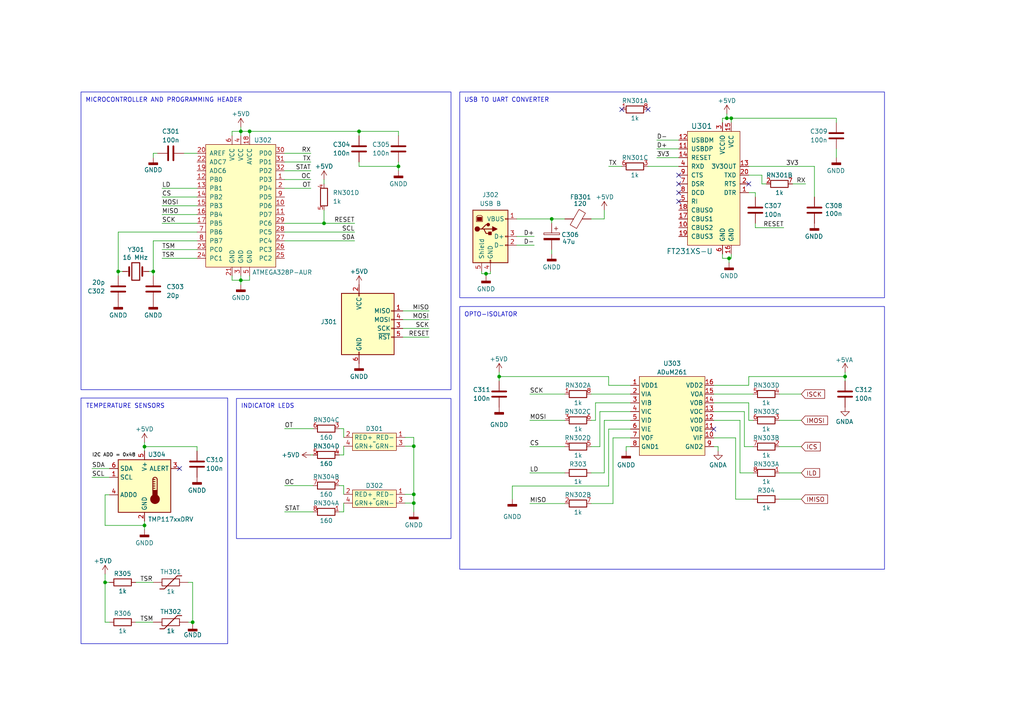
<source format=kicad_sch>
(kicad_sch (version 20250114) (generator "eeschema") (generator_version "9.0")
  (paper "A4")
  (title_block (title "Precision Curernt Source Digital") (date "2025-04-28") (rev "2.0") (company "M Morano"))
  (lib_symbols
    (symbol "Components:ADuM261"
      (property "Reference" "U" (at 0 15.24 0))
      (property "Value" "ADuM261" (at 1.27 12.7 0))
      (symbol "ADuM261_1_1"
        (rectangle (start -8.89 11.43) (end 10.16 -11.43) (fill (type background)))
        (pin power_in line (at -11.43 8.89 0) (length 2.54) (name "VDD1") (number "1"))
        (pin input line (at -11.43 6.35 0) (length 2.54) (name "VIA") (number "2"))
        (pin input line (at -11.43 3.81 0) (length 2.54) (name "VIB") (number "3"))
        (pin input line (at -11.43 1.27 0) (length 2.54) (name "VIC") (number "4"))
        (pin input line (at -11.43 -1.27 0) (length 2.54) (name "VID") (number "5"))
        (pin input line (at -11.43 -3.81 0) (length 2.54) (name "VIE") (number "6"))
        (pin output line (at -11.43 -6.35 0) (length 2.54) (name "VOF") (number "7"))
        (pin power_in line (at -11.43 -8.89 0) (length 2.54) (name "GND1") (number "8"))
        (pin power_in line (at 12.7 8.89 180) (length 2.54) (name "VDD2") (number "16"))
        (pin output line (at 12.7 6.35 180) (length 2.54) (name "VOA") (number "15"))
        (pin output line (at 12.7 3.81 180) (length 2.54) (name "VOB") (number "14"))
        (pin output line (at 12.7 1.27 180) (length 2.54) (name "VOC") (number "13"))
        (pin output line (at 12.7 -1.27 180) (length 2.54) (name "VOD") (number "12"))
        (pin output line (at 12.7 -3.81 180) (length 2.54) (name "VOE") (number "11"))
        (pin input line (at 12.7 -6.35 180) (length 2.54) (name "VIF") (number "10"))
        (pin power_in line (at 12.7 -8.89 180) (length 2.54) (name "GND2") (number "9"))
      )
    )
    (symbol "Components:WP934MD/LILGD"
      (property "Reference" "D" (at 0 3.81 0))
      (symbol "WP934MD/LILGD_1_1"
        (rectangle (start -6.35 2.54) (end 6.35 -2.54) (fill (type background)))
        (pin input line (at -8.89 1.27 0) (length 2.54) (name "RED-") (number "1"))
        (pin input line (at -8.89 -1.27 0) (length 2.54) (name "GRN-") (number "3"))
        (pin output line (at 8.89 1.27 180) (length 2.54) (name "RED+") (number "2"))
        (pin output line (at 8.89 -1.27 180) (length 2.54) (name "GRN+") (number "4"))
      )
    )
    (symbol "Connector:AVR-ISP-6" (pin_names (offset 1.016))
      (property "Reference" "J" (at -6.35 11.43 0))
      (property "Value" "AVR-ISP-6" (at 0 11.43 0))
      (symbol "AVR-ISP-6_0_1"
        (rectangle (start -2.667 10.16) (end -2.413 9.398))
        (rectangle (start -2.667 -6.858) (end -2.413 -7.62))
        (rectangle (start 7.62 10.16) (end -7.62 -7.62) (stroke (width 0.254)) (fill (type background)))
        (rectangle (start 7.62 5.207) (end 6.858 4.953))
        (rectangle (start 7.62 2.667) (end 6.858 2.413))
        (rectangle (start 7.62 0.127) (end 6.858 -0.127))
        (rectangle (start 7.62 -2.413) (end 6.858 -2.667))
      )
      (symbol "AVR-ISP-6_1_1"
        (pin passive line (at -2.54 12.7 270) (length 2.54) (name "VCC") (number "2"))
        (pin passive line (at -2.54 -10.16 90) (length 2.54) (name "GND") (number "6"))
        (pin passive line (at 10.16 5.08 180) (length 2.54) (name "MISO") (number "1"))
        (pin passive line (at 10.16 2.54 180) (length 2.54) (name "MOSI") (number "4"))
        (pin passive line (at 10.16 0 180) (length 2.54) (name "SCK") (number "3"))
        (pin passive line (at 10.16 -2.54 180) (length 2.54) (name "~{RST}") (number "5"))
      )
    )
    (symbol "Connector:USB_B" (pin_names (offset 1.016))
      (property "Reference" "J" (at -5.08 11.43 0))
      (property "Value" "USB_B" (at -5.08 8.89 0))
      (symbol "USB_B_0_1"
        (rectangle (start -5.08 -7.62) (end 5.08 7.62) (stroke (width 0.254)) (fill (type background)))
        (polyline (pts (xy -4.064 4.318) (xy -2.286 4.318) (xy -2.286 5.715) (xy -2.667 6.096) (xy -3.683 6.096) (xy -4.064 5.715) (xy -4.064 4.318)))
        (rectangle (start -3.81 5.588) (end -2.54 4.572) (fill (type outline)))
        (circle (center -3.81 2.159) (radius 0.635) (stroke (width 0.254)) (fill (type outline)))
        (polyline (pts (xy -3.175 2.159) (xy -2.54 2.159) (xy -1.27 3.429) (xy -0.635 3.429)) (stroke (width 0.254)))
        (polyline (pts (xy -2.54 2.159) (xy -1.905 2.159) (xy -1.27 0.889) (xy 0 0.889)) (stroke (width 0.254)))
        (polyline (pts (xy -1.905 2.159) (xy 0.635 2.159)) (stroke (width 0.254)))
        (circle (center -0.635 3.429) (radius 0.381) (stroke (width 0.254)) (fill (type outline)))
        (rectangle (start -0.127 -7.62) (end 0.127 -6.858))
        (rectangle (start 0.254 1.27) (end -0.508 0.508) (stroke (width 0.254)) (fill (type outline)))
        (polyline (pts (xy 0.635 2.794) (xy 0.635 1.524) (xy 1.905 2.159) (xy 0.635 2.794)) (stroke (width 0.254)) (fill (type outline)))
        (rectangle (start 5.08 4.953) (end 4.318 5.207))
        (rectangle (start 5.08 -0.127) (end 4.318 0.127))
        (rectangle (start 5.08 -2.667) (end 4.318 -2.413))
      )
      (symbol "USB_B_1_1"
        (pin passive line (at -2.54 -10.16 90) (length 2.54) (name "Shield") (number "5"))
        (pin power_out line (at 0 -10.16 90) (length 2.54) (name "GND") (number "4"))
        (pin power_out line (at 7.62 5.08 180) (length 2.54) (name "VBUS") (number "1"))
        (pin bidirectional line (at 7.62 0 180) (length 2.54) (name "D+") (number "3"))
        (pin bidirectional line (at 7.62 -2.54 180) (length 2.54) (name "D-") (number "2"))
      )
    )
    (symbol "Device:C" (pin_numbers (hide yes)) (pin_names (offset 0.254))
      (property "Reference" "C" (at 0.635 2.54 0))
      (property "Value" "C" (at 0.635 -2.54 0))
      (symbol "C_0_1"
        (polyline (pts (xy -2.032 0.762) (xy 2.032 0.762)) (stroke (width 0.508)))
        (polyline (pts (xy -2.032 -0.762) (xy 2.032 -0.762)) (stroke (width 0.508)))
      )
      (symbol "C_1_1"
        (pin passive line (at 0 3.81 270) (length 2.794) (name "~") (number "1"))
        (pin passive line (at 0 -3.81 90) (length 2.794) (name "~") (number "2"))
      )
    )
    (symbol "Device:C_Polarized" (pin_numbers (hide yes)) (pin_names (offset 0.254))
      (property "Reference" "C" (at 0.635 2.54 0))
      (property "Value" "C_Polarized" (at 0.635 -2.54 0))
      (symbol "C_Polarized_0_1"
        (rectangle (start -2.286 0.508) (end 2.286 1.016))
        (polyline (pts (xy -1.778 2.286) (xy -0.762 2.286)))
        (polyline (pts (xy -1.27 2.794) (xy -1.27 1.778)))
        (rectangle (start 2.286 -0.508) (end -2.286 -1.016) (fill (type outline)))
      )
      (symbol "C_Polarized_1_1"
        (pin passive line (at 0 3.81 270) (length 2.794) (name "~") (number "1"))
        (pin passive line (at 0 -3.81 90) (length 2.794) (name "~") (number "2"))
      )
    )
    (symbol "Device:Crystal" (pin_numbers (hide yes)) (pin_names (offset 1.016) (hide yes))
      (property "Reference" "Y" (at 0 3.81 0))
      (property "Value" "Crystal" (at 0 -3.81 0))
      (symbol "Crystal_0_1"
        (polyline (pts (xy -2.54 0) (xy -1.905 0)))
        (polyline (pts (xy -1.905 -1.27) (xy -1.905 1.27)) (stroke (width 0.508)))
        (rectangle (start -1.143 2.54) (end 1.143 -2.54) (stroke (width 0.3048)))
        (polyline (pts (xy 1.905 -1.27) (xy 1.905 1.27)) (stroke (width 0.508)))
        (polyline (pts (xy 2.54 0) (xy 1.905 0)))
      )
      (symbol "Crystal_1_1"
        (pin passive line (at -3.81 0 0) (length 1.27) (name "1") (number "1"))
        (pin passive line (at 3.81 0 180) (length 1.27) (name "2") (number "2"))
      )
    )
    (symbol "Device:FerriteBead" (pin_numbers (hide yes)) (pin_names (offset 0))
      (property "Reference" "FB" (at -3.81 0.635 90))
      (property "Value" "FerriteBead" (at 3.81 0 90))
      (symbol "FerriteBead_0_1"
        (polyline (pts (xy -2.7686 0.4064) (xy -1.7018 2.2606) (xy 2.7686 -0.3048) (xy 1.6764 -2.159) (xy -2.7686 0.4064)))
        (polyline (pts (xy 0 1.27) (xy 0 1.2954)))
        (polyline (pts (xy 0 -1.27) (xy 0 -1.2192)))
      )
      (symbol "FerriteBead_1_1"
        (pin passive line (at 0 3.81 270) (length 2.54) (name "~") (number "1"))
        (pin passive line (at 0 -3.81 90) (length 2.54) (name "~") (number "2"))
      )
    )
    (symbol "Device:R" (pin_numbers (hide yes)) (pin_names (offset 0))
      (property "Reference" "R" (at 2.032 0 90))
      (property "Value" "R" (at 0 0 90))
      (symbol "R_0_1"
        (rectangle (start -1.016 -2.54) (end 1.016 2.54) (stroke (width 0.254)))
      )
      (symbol "R_1_1"
        (pin passive line (at 0 3.81 270) (length 1.27) (name "~") (number "1"))
        (pin passive line (at 0 -3.81 90) (length 1.27) (name "~") (number "2"))
      )
    )
    (symbol "Device:R_Pack04_Split" (pin_names (offset 0) (hide yes))
      (property "Reference" "RN" (at 2.032 0 90))
      (property "Value" "R_Pack04_Split" (at 0 0 90))
      (symbol "R_Pack04_Split_0_1"
        (rectangle (start 1.016 2.54) (end -1.016 -2.54) (stroke (width 0.254)))
      )
      (symbol "R_Pack04_Split_1_1"
        (pin passive line (at 0 3.81 270) (length 1.27) (name "R1.2") (number "8"))
        (pin passive line (at 0 -3.81 90) (length 1.27) (name "R1.1") (number "1"))
      )
      (symbol "R_Pack04_Split_2_1"
        (pin passive line (at 0 3.81 270) (length 1.27) (name "R2.2") (number "7"))
        (pin passive line (at 0 -3.81 90) (length 1.27) (name "R2.1") (number "2"))
      )
      (symbol "R_Pack04_Split_3_1"
        (pin passive line (at 0 3.81 270) (length 1.27) (name "R3.2") (number "6"))
        (pin passive line (at 0 -3.81 90) (length 1.27) (name "R3.1") (number "3"))
      )
      (symbol "R_Pack04_Split_4_1"
        (pin passive line (at 0 3.81 270) (length 1.27) (name "R4.2") (number "5"))
        (pin passive line (at 0 -3.81 90) (length 1.27) (name "R4.1") (number "4"))
      )
    )
    (symbol "Device:Thermistor" (pin_numbers (hide yes)) (pin_names (offset 0))
      (property "Reference" "TH" (at 2.54 1.27 90))
      (property "Value" "Thermistor" (at -2.54 0 90))
      (symbol "Thermistor_0_1"
        (polyline (pts (xy -1.905 3.175) (xy -1.905 1.905) (xy 1.905 -1.905) (xy 1.905 -3.175) (xy 1.905 -3.175)) (stroke (width 0.254)))
        (rectangle (start -1.016 2.54) (end 1.016 -2.54) (stroke (width 0.2032)))
      )
      (symbol "Thermistor_1_1"
        (pin passive line (at 0 5.08 270) (length 2.54) (name "~") (number "1"))
        (pin passive line (at 0 -5.08 90) (length 2.54) (name "~") (number "2"))
      )
    )
    (symbol "Sensor_Temperature:TMP117xxDRV"
      (property "Reference" "U" (at -2.54 10.795 0))
      (property "Value" "TMP117xxDRV" (at -2.54 8.89 0))
      (symbol "TMP117xxDRV_0_1"
        (rectangle (start -7.62 7.62) (end 7.62 -7.62) (stroke (width 0.254)) (fill (type background)))
      )
      (symbol "TMP117xxDRV_1_1"
        (polyline (pts (xy 2.413 1.905) (xy 2.413 -1.27)) (stroke (width 0.254)))
        (polyline (pts (xy 2.413 1.905) (xy 3.048 1.905)) (stroke (width 0.254)))
        (polyline (pts (xy 2.413 1.27) (xy 3.048 1.27)) (stroke (width 0.254)))
        (polyline (pts (xy 2.413 0.635) (xy 3.048 0.635)) (stroke (width 0.254)))
        (polyline (pts (xy 2.413 0) (xy 3.048 0)) (stroke (width 0.254)))
        (polyline (pts (xy 2.413 -0.635) (xy 3.048 -0.635)) (stroke (width 0.254)))
        (arc (start 2.413 1.905) (mid 3.048 2.5373) (end 3.683 1.905) (stroke (width 0.254)))
        (circle (center 3.048 -3.81) (radius 1.27) (stroke (width 0.254)) (fill (type outline)))
        (polyline (pts (xy 3.683 1.905) (xy 3.683 -1.27)) (stroke (width 0.254)))
        (rectangle (start 3.683 -3.175) (end 2.413 -1.27) (stroke (width 0.254)) (fill (type outline)))
        (pin bidirectional line (at -10.16 5.08 0) (length 2.54) (name "SDA") (number "6"))
        (pin input line (at -10.16 2.54 0) (length 2.54) (name "SCL") (number "1"))
        (pin input line (at -10.16 -2.54 0) (length 2.54) (name "ADD0") (number "4"))
        (pin power_in line (at 0 10.16 270) (length 2.54) (name "V+") (number "5"))
        (pin power_in line (at 0 -10.16 90) (length 2.54) (name "GND") (number "2"))
        (pin open_collector line (at 10.16 5.08 180) (length 2.54) (name "ALERT") (number "3"))
      )
    )
    (symbol "dk_Embedded-Microcontrollers:ATMEGA328P-AUR" (pin_names (offset 1.016))
      (property "Reference" "U" (at -10.16 24.13 0))
      (property "Value" "ATMEGA328P-AUR" (at 3.81 -13.97 0))
      (symbol "ATMEGA328P-AUR_0_1"
        (rectangle (start -10.16 22.86) (end 10.16 -12.7) (fill (type background)))
      )
      (symbol "ATMEGA328P-AUR_1_1"
        (pin input line (at -12.7 20.32 0) (length 2.54) (name "AREF") (number "20"))
        (pin input line (at -12.7 17.78 0) (length 2.54) (name "ADC7") (number "22"))
        (pin input line (at -12.7 15.24 0) (length 2.54) (name "ADC6") (number "19"))
        (pin bidirectional line (at -12.7 12.7 0) (length 2.54) (name "PB0") (number "12"))
        (pin bidirectional line (at -12.7 10.16 0) (length 2.54) (name "PB1") (number "13"))
        (pin bidirectional line (at -12.7 7.62 0) (length 2.54) (name "PB2") (number "14"))
        (pin bidirectional line (at -12.7 5.08 0) (length 2.54) (name "PB3") (number "15"))
        (pin bidirectional line (at -12.7 2.54 0) (length 2.54) (name "PB4") (number "16"))
        (pin bidirectional line (at -12.7 0 0) (length 2.54) (name "PB5") (number "17"))
        (pin bidirectional line (at -12.7 -2.54 0) (length 2.54) (name "PB6") (number "7"))
        (pin bidirectional line (at -12.7 -5.08 0) (length 2.54) (name "PB7") (number "8"))
        (pin bidirectional line (at -12.7 -7.62 0) (length 2.54) (name "PC0") (number "23"))
        (pin bidirectional line (at -12.7 -10.16 0) (length 2.54) (name "PC1") (number "24"))
        (pin power_in line (at -2.54 25.4 270) (length 2.54) (name "VCC") (number "6"))
        (pin power_in line (at -2.54 -15.24 90) (length 2.54) (name "GND") (number "21"))
        (pin power_in line (at 0 25.4 270) (length 2.54) (name "VCC") (number "4"))
        (pin power_in line (at 0 -15.24 90) (length 2.54) (name "GND") (number "3"))
        (pin power_in line (at 2.54 25.4 270) (length 2.54) (name "AVCC") (number "18"))
        (pin power_in line (at 2.54 -15.24 90) (length 2.54) (name "GND") (number "5"))
        (pin bidirectional line (at 12.7 20.32 180) (length 2.54) (name "PD0") (number "30"))
        (pin bidirectional line (at 12.7 17.78 180) (length 2.54) (name "PD1") (number "31"))
        (pin bidirectional line (at 12.7 15.24 180) (length 2.54) (name "PD2") (number "32"))
        (pin bidirectional line (at 12.7 12.7 180) (length 2.54) (name "PD3") (number "1"))
        (pin bidirectional line (at 12.7 10.16 180) (length 2.54) (name "PD4") (number "2"))
        (pin bidirectional line (at 12.7 7.62 180) (length 2.54) (name "PD5") (number "9"))
        (pin bidirectional line (at 12.7 5.08 180) (length 2.54) (name "PD6") (number "10"))
        (pin bidirectional line (at 12.7 2.54 180) (length 2.54) (name "PD7") (number "11"))
        (pin bidirectional line (at 12.7 0 180) (length 2.54) (name "PC6") (number "29"))
        (pin bidirectional line (at 12.7 -2.54 180) (length 2.54) (name "PC5") (number "28"))
        (pin bidirectional line (at 12.7 -5.08 180) (length 2.54) (name "PC4") (number "27"))
        (pin bidirectional line (at 12.7 -7.62 180) (length 2.54) (name "PC3") (number "26"))
        (pin bidirectional line (at 12.7 -10.16 180) (length 2.54) (name "PC2") (number "25"))
      )
    )
    (symbol "dk_Interface-Controllers:FT231XS-U" (pin_names (offset 1.016))
      (property "Reference" "U" (at -5.08 8.89 0))
      (property "Value" "FT231XS-U" (at 10.16 -25.4 0))
      (symbol "FT231XS-U_0_1"
        (rectangle (start -7.62 7.62) (end 7.62 -25.4) (fill (type background)))
      )
      (symbol "FT231XS-U_1_1"
        (pin input line (at -10.16 5.08 0) (length 2.54) (name "USBDM") (number "12"))
        (pin input line (at -10.16 2.54 0) (length 2.54) (name "USBDP") (number "11"))
        (pin input line (at -10.16 0 0) (length 2.54) (name "RESET") (number "14"))
        (pin input line (at -10.16 -2.54 0) (length 2.54) (name "RXD") (number "4"))
        (pin input line (at -10.16 -5.08 0) (length 2.54) (name "CTS") (number "9"))
        (pin input line (at -10.16 -7.62 0) (length 2.54) (name "DSR") (number "7"))
        (pin input line (at -10.16 -10.16 0) (length 2.54) (name "DCD") (number "8"))
        (pin input line (at -10.16 -12.7 0) (length 2.54) (name "RI") (number "5"))
        (pin bidirectional line (at -10.16 -15.24 0) (length 2.54) (name "CBUS0") (number "18"))
        (pin bidirectional line (at -10.16 -17.78 0) (length 2.54) (name "CBUS1") (number "17"))
        (pin bidirectional line (at -10.16 -20.32 0) (length 2.54) (name "CBUS2") (number "10"))
        (pin bidirectional line (at -10.16 -22.86 0) (length 2.54) (name "CBUS3") (number "19"))
        (pin power_in line (at 2.54 10.16 270) (length 2.54) (name "VCCIO") (number "3"))
        (pin power_in line (at 2.54 -27.94 90) (length 2.54) (name "GND") (number "6"))
        (pin power_in line (at 5.08 10.16 270) (length 2.54) (name "VCC") (number "15"))
        (pin power_in line (at 5.08 -27.94 90) (length 2.54) (name "GND") (number "16"))
        (pin passive line (at 10.16 -2.54 180) (length 2.54) (name "3V3OUT") (number "13"))
        (pin output line (at 10.16 -5.08 180) (length 2.54) (name "TXD") (number "20"))
        (pin output line (at 10.16 -7.62 180) (length 2.54) (name "RTS") (number "2"))
        (pin output line (at 10.16 -10.16 180) (length 2.54) (name "DTR") (number "1"))
      )
    )
    (symbol "power:+5VA" (power) (pin_numbers (hide yes)) (pin_names (offset 0) (hide yes))
      (property "Value" "+5VA" (at 0 3.556 0))
      (symbol "+5VA_0_1"
        (polyline (pts (xy -0.762 1.27) (xy 0 2.54)))
        (polyline (pts (xy 0 2.54) (xy 0.762 1.27)))
        (polyline (pts (xy 0 0) (xy 0 2.54)))
      )
      (symbol "+5VA_1_1"
        (pin power_in line (at 0 0 90) (length 0) (name "~") (number "1"))
      )
    )
    (symbol "power:+5VD" (power) (pin_names (offset 0))
      (property "Value" "+5VD" (at 0 3.556 0))
      (symbol "+5VD_0_1"
        (polyline (pts (xy -0.762 1.27) (xy 0 2.54)))
        (polyline (pts (xy 0 2.54) (xy 0.762 1.27)))
        (polyline (pts (xy 0 0) (xy 0 2.54)))
      )
      (symbol "+5VD_1_1"
        (pin power_in line (at 0 0 90) (length 0) (hide yes) (name "+5VD") (number "1"))
      )
    )
    (symbol "power:GNDA" (power) (pin_names (offset 0))
      (property "Value" "GNDA" (at 0 -3.81 0))
      (symbol "GNDA_0_1"
        (polyline (pts (xy 0 0) (xy 0 -1.27) (xy 1.27 -1.27) (xy 0 -2.54) (xy -1.27 -1.27) (xy 0 -1.27)))
      )
      (symbol "GNDA_1_1"
        (pin power_in line (at 0 0 270) (length 0) (hide yes) (name "GNDA") (number "1"))
      )
    )
    (symbol "power:GNDD" (power) (pin_names (offset 0))
      (property "Value" "GNDD" (at 0 -3.175 0))
      (symbol "GNDD_0_1"
        (rectangle (start -1.27 -1.524) (end 1.27 -2.032) (stroke (width 0.254)) (fill (type outline)))
        (polyline (pts (xy 0 0) (xy 0 -1.524)))
      )
      (symbol "GNDD_1_1"
        (pin power_in line (at 0 0 270) (length 0) (hide yes) (name "GNDD") (number "1"))
      )
    )
  )
  (rectangle (start 133.35 26.67) (end 256.54 86.36))
  (rectangle (start 133.35 88.9) (end 256.54 165.1))
  (rectangle (start 68.58 115.57) (end 130.81 156.21))
  (rectangle (start 23.495 115.443) (end 66.04 186.69))
  (rectangle (start 23.495 26.67) (end 130.81 113.03))
  (text "MICROCONTROLLER AND PROGRAMMING HEADER" (at 24.765 29.845 0) (effects (font (size 1.27 1.27)) (justify left bottom)))
  (text "TEMPERATURE SENSORS" (at 24.892 118.618 0) (effects (font (size 1.27 1.27)) (justify left bottom)))
  (text "INDICATOR LEDS" (at 69.85 118.618 0) (effects (font (size 1.27 1.27)) (justify left bottom)))
  (text "USB TO UART CONVERTER" (at 134.62 29.845 0) (effects (font (size 1.27 1.27)) (justify left bottom)))
  (text "I2C ADD = 0x48" (at 33.02 132.08 0) (effects (font (size 1 1))))
  (text "OPTO-ISOLATOR" (at 134.62 92.075 0) (effects (font (size 1.27 1.27)) (justify left bottom)))
  (junction (at 44.45 78.74))
  (junction (at 41.91 129.54))
  (junction (at 120.015 145.923))
  (junction (at 34.29 78.74))
  (junction (at 93.98 64.77))
  (junction (at 69.85 81.28))
  (junction (at 41.91 152.4))
  (junction (at 72.39 38.1))
  (junction (at 245.11 109.22))
  (junction (at 55.88 180.467))
  (junction (at 30.48 168.91))
  (junction (at 212.09 34.29))
  (junction (at 120.015 143.383))
  (junction (at 104.14 38.1))
  (junction (at 211.455 74.93))
  (junction (at 115.57 48.26))
  (junction (at 120.015 129.413))
  (junction (at 160.02 63.5))
  (junction (at 210.82 34.29))
  (junction (at 69.85 38.1))
  (junction (at 144.78 109.22))
  (junction (at 140.97 79.375))
  (no_connect (at 217.17 53.34))
  (no_connect (at 52.07 135.89))
  (no_connect (at 196.85 50.8))
  (no_connect (at 196.85 53.34))
  (no_connect (at 196.85 55.88))
  (no_connect (at 180.34 31.75))
  (no_connect (at 196.85 58.42))
  (no_connect (at 187.96 31.75))
  (no_connect (at 207.01 124.46))
  (wire (pts (xy 140.97 79.375) (xy 140.97 80.01)))
  (wire (pts (xy 116.84 92.71) (xy 124.46 92.71)))
  (wire (pts (xy 175.26 60.96) (xy 175.26 63.5)))
  (wire (pts (xy 214.63 137.16) (xy 214.63 121.92)))
  (wire (pts (xy 99.695 131.953) (xy 98.425 131.953)))
  (wire (pts (xy 182.88 121.92) (xy 175.26 121.92)))
  (wire (pts (xy 212.09 34.29) (xy 212.09 35.56)))
  (wire (pts (xy 104.14 39.37) (xy 104.14 38.1)))
  (wire (pts (xy 82.55 69.85) (xy 102.87 69.85)))
  (wire (pts (xy 117.475 145.923) (xy 120.015 145.923)))
  (wire (pts (xy 115.57 49.53) (xy 115.57 48.26)))
  (wire (pts (xy 57.15 129.54) (xy 57.15 130.81)))
  (wire (pts (xy 45.72 44.45) (xy 44.45 44.45)))
  (wire (pts (xy 54.61 180.467) (xy 55.88 180.467)))
  (wire (pts (xy 117.475 143.383) (xy 120.015 143.383)))
  (wire (pts (xy 153.67 129.54) (xy 163.83 129.54)))
  (wire (pts (xy 46.99 64.77) (xy 57.15 64.77)))
  (wire (pts (xy 217.17 111.76) (xy 217.17 109.22)))
  (wire (pts (xy 140.97 79.375) (xy 142.24 79.375)))
  (wire (pts (xy 72.39 81.28) (xy 72.39 80.01)))
  (wire (pts (xy 144.78 109.22) (xy 144.78 110.49)))
  (wire (pts (xy 67.31 81.28) (xy 69.85 81.28)))
  (wire (pts (xy 41.91 129.54) (xy 57.15 129.54)))
  (wire (pts (xy 26.67 138.43) (xy 31.75 138.43)))
  (wire (pts (xy 41.91 152.4) (xy 41.91 153.67)))
  (wire (pts (xy 190.5 40.64) (xy 196.85 40.64)))
  (wire (pts (xy 90.805 124.333) (xy 82.55 124.333)))
  (wire (pts (xy 57.15 67.31) (xy 34.29 67.31)))
  (wire (pts (xy 117.475 126.873) (xy 120.015 126.873)))
  (wire (pts (xy 220.98 53.34) (xy 220.98 50.8)))
  (wire (pts (xy 182.88 124.46) (xy 176.53 124.46)))
  (wire (pts (xy 31.75 168.91) (xy 30.48 168.91)))
  (wire (pts (xy 245.11 107.95) (xy 245.11 109.22)))
  (wire (pts (xy 30.48 168.91) (xy 30.48 180.467)))
  (wire (pts (xy 67.31 38.1) (xy 67.31 39.37)))
  (wire (pts (xy 176.53 109.22) (xy 144.78 109.22)))
  (wire (pts (xy 160.02 64.77) (xy 160.02 63.5)))
  (wire (pts (xy 46.99 59.69) (xy 57.15 59.69)))
  (wire (pts (xy 211.455 74.93) (xy 211.455 76.2)))
  (wire (pts (xy 182.88 111.76) (xy 176.53 111.76)))
  (wire (pts (xy 144.78 107.95) (xy 144.78 109.22)))
  (wire (pts (xy 210.82 33.02) (xy 210.82 34.29)))
  (wire (pts (xy 207.01 129.54) (xy 208.28 129.54)))
  (wire (pts (xy 172.72 116.84) (xy 172.72 121.92)))
  (wire (pts (xy 217.17 48.26) (xy 236.22 48.26)))
  (wire (pts (xy 30.48 180.467) (xy 31.75 180.467)))
  (wire (pts (xy 44.45 69.85) (xy 44.45 78.74)))
  (wire (pts (xy 207.01 119.38) (xy 215.9 119.38)))
  (wire (pts (xy 182.88 116.84) (xy 172.72 116.84)))
  (wire (pts (xy 153.67 146.05) (xy 163.83 146.05)))
  (wire (pts (xy 115.57 39.37) (xy 115.57 38.1)))
  (wire (pts (xy 93.98 60.96) (xy 93.98 64.77)))
  (wire (pts (xy 209.55 74.93) (xy 211.455 74.93)))
  (wire (pts (xy 220.98 53.34) (xy 222.25 53.34)))
  (wire (pts (xy 214.63 121.92) (xy 207.01 121.92)))
  (wire (pts (xy 44.45 168.91) (xy 39.37 168.91)))
  (wire (pts (xy 160.02 72.39) (xy 160.02 73.66)))
  (wire (pts (xy 215.9 119.38) (xy 215.9 129.54)))
  (wire (pts (xy 98.425 148.463) (xy 99.695 148.463)))
  (wire (pts (xy 116.84 97.79) (xy 124.46 97.79)))
  (wire (pts (xy 190.5 45.72) (xy 196.85 45.72)))
  (wire (pts (xy 39.37 180.467) (xy 44.45 180.467)))
  (wire (pts (xy 209.55 74.93) (xy 209.55 73.66)))
  (wire (pts (xy 34.29 78.74) (xy 35.56 78.74)))
  (wire (pts (xy 41.91 129.54) (xy 41.91 130.81)))
  (wire (pts (xy 82.55 52.07) (xy 90.17 52.07)))
  (wire (pts (xy 139.7 79.375) (xy 140.97 79.375)))
  (wire (pts (xy 217.17 50.8) (xy 220.98 50.8)))
  (wire (pts (xy 46.99 54.61) (xy 57.15 54.61)))
  (wire (pts (xy 219.075 64.77) (xy 219.075 66.04)))
  (wire (pts (xy 99.695 148.463) (xy 99.695 145.923)))
  (wire (pts (xy 229.87 53.34) (xy 233.68 53.34)))
  (wire (pts (xy 175.26 137.16) (xy 171.45 137.16)))
  (wire (pts (xy 43.18 78.74) (xy 44.45 78.74)))
  (wire (pts (xy 120.015 145.923) (xy 120.015 148.463)))
  (wire (pts (xy 226.06 144.78) (xy 232.41 144.78)))
  (wire (pts (xy 117.475 129.413) (xy 120.015 129.413)))
  (wire (pts (xy 120.015 129.413) (xy 120.015 143.383)))
  (wire (pts (xy 213.36 127) (xy 213.36 144.78)))
  (wire (pts (xy 90.805 131.953) (xy 90.17 131.953)))
  (wire (pts (xy 217.17 55.88) (xy 219.075 55.88)))
  (wire (pts (xy 207.01 127) (xy 213.36 127)))
  (wire (pts (xy 90.805 140.843) (xy 82.55 140.843)))
  (wire (pts (xy 245.11 109.22) (xy 245.11 110.49)))
  (wire (pts (xy 175.26 121.92) (xy 175.26 137.16)))
  (wire (pts (xy 142.24 79.375) (xy 142.24 78.74)))
  (wire (pts (xy 26.67 135.89) (xy 31.75 135.89)))
  (wire (pts (xy 46.99 62.23) (xy 57.15 62.23)))
  (wire (pts (xy 176.53 48.26) (xy 180.34 48.26)))
  (wire (pts (xy 46.99 72.39) (xy 57.15 72.39)))
  (wire (pts (xy 176.53 140.97) (xy 148.59 140.97)))
  (wire (pts (xy 149.86 71.12) (xy 154.94 71.12)))
  (wire (pts (xy 82.55 49.53) (xy 90.17 49.53)))
  (wire (pts (xy 82.55 54.61) (xy 90.17 54.61)))
  (wire (pts (xy 207.01 114.3) (xy 218.44 114.3)))
  (wire (pts (xy 190.5 43.18) (xy 196.85 43.18)))
  (wire (pts (xy 177.8 127) (xy 177.8 146.05)))
  (wire (pts (xy 176.53 111.76) (xy 176.53 109.22)))
  (wire (pts (xy 82.55 46.99) (xy 90.17 46.99)))
  (wire (pts (xy 30.48 143.51) (xy 31.75 143.51)))
  (wire (pts (xy 242.57 43.18) (xy 242.57 45.72)))
  (wire (pts (xy 90.805 148.463) (xy 82.55 148.463)))
  (wire (pts (xy 46.99 57.15) (xy 57.15 57.15)))
  (wire (pts (xy 181.61 129.54) (xy 181.61 130.81)))
  (wire (pts (xy 120.015 126.873) (xy 120.015 129.413)))
  (wire (pts (xy 67.31 81.28) (xy 67.31 80.01)))
  (wire (pts (xy 115.57 48.26) (xy 115.57 46.99)))
  (wire (pts (xy 69.85 82.55) (xy 69.85 81.28)))
  (wire (pts (xy 93.98 52.07) (xy 93.98 53.34)))
  (wire (pts (xy 82.55 64.77) (xy 93.98 64.77)))
  (wire (pts (xy 34.29 80.01) (xy 34.29 78.74)))
  (wire (pts (xy 163.83 121.92) (xy 153.67 121.92)))
  (wire (pts (xy 46.99 74.93) (xy 57.15 74.93)))
  (wire (pts (xy 236.22 48.26) (xy 236.22 57.15)))
  (wire (pts (xy 41.91 151.13) (xy 41.91 152.4)))
  (wire (pts (xy 215.9 129.54) (xy 218.44 129.54)))
  (wire (pts (xy 98.425 124.333) (xy 99.695 124.333)))
  (wire (pts (xy 69.85 38.1) (xy 72.39 38.1)))
  (wire (pts (xy 104.14 38.1) (xy 115.57 38.1)))
  (wire (pts (xy 41.91 152.4) (xy 30.48 152.4)))
  (wire (pts (xy 148.59 140.97) (xy 148.59 144.78)))
  (wire (pts (xy 67.31 38.1) (xy 69.85 38.1)))
  (wire (pts (xy 153.67 137.16) (xy 163.83 137.16)))
  (wire (pts (xy 34.29 67.31) (xy 34.29 78.74)))
  (wire (pts (xy 176.53 124.46) (xy 176.53 140.97)))
  (wire (pts (xy 211.455 74.93) (xy 212.09 74.93)))
  (wire (pts (xy 120.015 143.383) (xy 120.015 145.923)))
  (wire (pts (xy 104.14 48.26) (xy 104.14 46.99)))
  (wire (pts (xy 217.17 121.92) (xy 218.44 121.92)))
  (wire (pts (xy 173.99 119.38) (xy 173.99 129.54)))
  (wire (pts (xy 82.55 67.31) (xy 102.87 67.31)))
  (wire (pts (xy 82.55 44.45) (xy 90.17 44.45)))
  (wire (pts (xy 55.88 168.91) (xy 55.88 180.467)))
  (wire (pts (xy 210.82 34.29) (xy 212.09 34.29)))
  (wire (pts (xy 153.67 114.3) (xy 163.83 114.3)))
  (wire (pts (xy 99.695 129.413) (xy 99.695 131.953)))
  (wire (pts (xy 218.44 137.16) (xy 214.63 137.16)))
  (wire (pts (xy 72.39 38.1) (xy 72.39 39.37)))
  (wire (pts (xy 54.61 168.91) (xy 55.88 168.91)))
  (wire (pts (xy 207.01 111.76) (xy 217.17 111.76)))
  (wire (pts (xy 182.88 127) (xy 177.8 127)))
  (wire (pts (xy 69.85 38.1) (xy 69.85 39.37)))
  (wire (pts (xy 217.17 116.84) (xy 217.17 121.92)))
  (wire (pts (xy 44.45 44.45) (xy 44.45 45.72)))
  (wire (pts (xy 171.45 63.5) (xy 175.26 63.5)))
  (wire (pts (xy 187.96 48.26) (xy 196.85 48.26)))
  (wire (pts (xy 177.8 146.05) (xy 171.45 146.05)))
  (wire (pts (xy 149.86 68.58) (xy 154.94 68.58)))
  (wire (pts (xy 139.7 79.375) (xy 139.7 78.74)))
  (wire (pts (xy 171.45 114.3) (xy 182.88 114.3)))
  (wire (pts (xy 209.55 34.29) (xy 209.55 35.56)))
  (wire (pts (xy 30.48 152.4) (xy 30.48 143.51)))
  (wire (pts (xy 212.09 34.29) (xy 242.57 34.29)))
  (wire (pts (xy 149.86 63.5) (xy 160.02 63.5)))
  (wire (pts (xy 99.695 143.383) (xy 99.695 140.843)))
  (wire (pts (xy 226.06 129.54) (xy 232.41 129.54)))
  (wire (pts (xy 30.48 166.497) (xy 30.48 168.91)))
  (wire (pts (xy 99.695 140.843) (xy 98.425 140.843)))
  (wire (pts (xy 116.84 95.25) (xy 124.46 95.25)))
  (wire (pts (xy 226.06 121.92) (xy 232.41 121.92)))
  (wire (pts (xy 104.14 48.26) (xy 115.57 48.26)))
  (wire (pts (xy 219.075 66.04) (xy 227.33 66.04)))
  (wire (pts (xy 72.39 38.1) (xy 104.14 38.1)))
  (wire (pts (xy 213.36 144.78) (xy 218.44 144.78)))
  (wire (pts (xy 173.99 129.54) (xy 171.45 129.54)))
  (wire (pts (xy 53.34 44.45) (xy 57.15 44.45)))
  (wire (pts (xy 226.06 114.3) (xy 232.41 114.3)))
  (wire (pts (xy 69.85 81.28) (xy 69.85 80.01)))
  (wire (pts (xy 41.91 128.27) (xy 41.91 129.54)))
  (wire (pts (xy 182.88 119.38) (xy 173.99 119.38)))
  (wire (pts (xy 160.02 63.5) (xy 163.83 63.5)))
  (wire (pts (xy 69.85 36.83) (xy 69.85 38.1)))
  (wire (pts (xy 55.88 180.975) (xy 55.88 180.467)))
  (wire (pts (xy 93.98 64.77) (xy 102.87 64.77)))
  (wire (pts (xy 212.09 74.93) (xy 212.09 73.66)))
  (wire (pts (xy 207.01 116.84) (xy 217.17 116.84)))
  (wire (pts (xy 57.15 69.85) (xy 44.45 69.85)))
  (wire (pts (xy 182.88 129.54) (xy 181.61 129.54)))
  (wire (pts (xy 116.84 90.17) (xy 124.46 90.17)))
  (wire (pts (xy 172.72 121.92) (xy 171.45 121.92)))
  (wire (pts (xy 99.695 124.333) (xy 99.695 126.873)))
  (wire (pts (xy 226.06 137.16) (xy 232.41 137.16)))
  (wire (pts (xy 208.28 129.54) (xy 208.28 130.81)))
  (wire (pts (xy 217.17 109.22) (xy 245.11 109.22)))
  (wire (pts (xy 219.075 55.88) (xy 219.075 57.15)))
  (wire (pts (xy 44.45 78.74) (xy 44.45 80.01)))
  (wire (pts (xy 209.55 34.29) (xy 210.82 34.29)))
  (wire (pts (xy 242.57 34.29) (xy 242.57 35.56)))
  (wire (pts (xy 69.85 81.28) (xy 72.39 81.28)))
  (label "CS" (at 46.99 57.15 0))
  (label "MOSI" (at 124.46 92.71 180))
  (label "TX" (at 90.17 46.99 180))
  (label "D+" (at 154.94 68.58 180))
  (label "OC" (at 82.55 140.843 0))
  (label "SCL" (at 26.67 138.43 0))
  (label "TSR" (at 40.64 168.91 0))
  (label "MISO" (at 124.46 90.17 180))
  (label "SCK" (at 46.99 64.77 0))
  (label "RESET" (at 124.46 97.79 180))
  (label "SCK" (at 124.46 95.25 180))
  (label "STAT" (at 90.17 49.53 180))
  (label "OC" (at 90.17 52.07 180))
  (label "RESET" (at 102.87 64.77 180))
  (label "SCL" (at 102.87 67.31 180))
  (label "MISO" (at 153.67 146.05 0))
  (label "OT" (at 82.55 124.333 0))
  (label "SDA" (at 26.67 135.89 0))
  (label "TSM" (at 40.64 180.467 0))
  (label "3V3" (at 227.965 48.26 0))
  (label "MOSI" (at 46.99 59.69 0))
  (label "MOSI" (at 153.67 121.92 0))
  (label "STAT" (at 82.55 148.463 0))
  (label "TSR" (at 46.99 74.93 0))
  (label "LD" (at 46.99 54.61 0))
  (label "RX" (at 233.68 53.34 180))
  (label "CS" (at 153.67 129.54 0))
  (label "D-" (at 154.94 71.12 180))
  (label "3V3" (at 190.5 45.72 0))
  (label "SCK" (at 153.67 114.3 0))
  (label "SDA" (at 102.87 69.85 180))
  (label "TSM" (at 46.99 72.39 0))
  (label "D+" (at 190.5 43.18 0))
  (label "RESET" (at 227.33 66.04 180))
  (label "RX" (at 90.17 44.45 180))
  (label "D-" (at 190.5 40.64 0))
  (label "MISO" (at 46.99 62.23 0))
  (label "OT" (at 90.17 54.61 180))
  (label "TX" (at 176.53 48.26 0))
  (label "LD" (at 153.67 137.16 0))
  (global_label "ISCK" (shape input) (at 232.41 114.3 0) (property "Intersheetrefs" "${INTERSHEET_REFS}" (effects (hide yes))))
  (global_label "ILD" (shape input) (at 232.41 137.16 0) (property "Intersheetrefs" "${INTERSHEET_REFS}" (effects (hide yes))))
  (global_label "ICS" (shape input) (at 232.41 129.54 0) (property "Intersheetrefs" "${INTERSHEET_REFS}" (effects (hide yes))))
  (global_label "IMISO" (shape input) (at 232.41 144.78 0) (property "Intersheetrefs" "${INTERSHEET_REFS}" (effects (hide yes))))
  (global_label "IMOSI" (shape input) (at 232.41 121.92 0) (property "Intersheetrefs" "${INTERSHEET_REFS}" (effects (hide yes))))
  (symbol (lib_id "power:GNDD") (at 140.97 80.01 0) (unit 1)
    (property "Reference" "#PWR0301" (effects (hide yes)))
    (property "Value" "GNDD" (at 140.97 83.82 0))
  )
  (symbol (lib_id "Device:R") (at 35.56 180.467 90) (unit 1)
    (property "Reference" "R306" (at 35.56 177.927 90))
    (property "Value" "1k" (at 35.56 183.007 90))
    (property "Footprint" "Resistor_SMD:R_0603_1608Metric" (effects (hide yes)))
  )
  (symbol (lib_id "Device:R_Pack04_Split") (at 222.25 121.92 90) (mirror x) (unit 3)
    (property "Reference" "RN303" (at 218.44 119.38 90) (effects (justify right)))
    (property "Value" "1k" (at 220.98 124.46 90) (effects (justify right)))
    (property "Footprint" "Resistor_SMD:R_Array_Concave_4x0603" (effects (hide yes)))
  )
  (symbol (lib_id "Sensor_Temperature:TMP117xxDRV") (at 41.91 140.97 0) (unit 1)
    (property "Reference" "U304" (at 45.466 131.826 0))
    (property "Value" "TMP117xxDRV" (at 49.53 150.622 0))
    (property "Footprint" "Package_SON:WSON-6-1EP_2x2mm_P0.65mm_EP1x1.6mm" (effects (hide yes)))
    (property "Datasheet" "https://www.ti.com/lit/ds/symlink/tmp117.pdf" (effects (hide yes)))
  )
  (symbol (lib_id "power:+5VD") (at 175.26 60.96 0) (unit 1)
    (property "Reference" "#PWR0304" (effects (hide yes)))
    (property "Value" "+5VD" (at 172.72 57.15 0) (effects (justify left)))
  )
  (symbol (lib_id "power:GNDD") (at 104.14 105.41 0) (unit 1)
    (property "Reference" "#PWR0306" (effects (hide yes)))
    (property "Value" "GNDD" (at 104.14 109.22 0))
  )
  (symbol (lib_id "Device:R_Pack04_Split") (at 222.25 114.3 90) (mirror x) (unit 4)
    (property "Reference" "RN303" (at 218.44 111.76 90) (effects (justify right)))
    (property "Value" "1k" (at 220.98 116.84 90) (effects (justify right)))
    (property "Footprint" "Resistor_SMD:R_Array_Concave_4x0603" (effects (hide yes)))
  )
  (symbol (lib_id "power:GNDD") (at 44.45 45.72 0) (unit 1)
    (property "Reference" "#PWR0310" (effects (hide yes)))
    (property "Value" "GNDD" (at 44.45 49.276 0))
  )
  (symbol (lib_id "power:GNDD") (at 34.29 87.63 0) (unit 1)
    (property "Reference" "#PWR0313" (effects (hide yes)))
    (property "Value" "GNDD" (at 34.29 91.44 0))
  )
  (symbol (lib_id "Device:Crystal") (at 39.37 78.74 0) (unit 1)
    (property "Reference" "Y301" (at 41.91 72.39 0) (effects (justify right)))
    (property "Value" "16 MHz" (at 42.926 74.676 0) (effects (justify right)))
    (property "Footprint" "Components:XTAL_ECS-200-20-3X-TR" (effects (hide yes)))
  )
  (symbol (lib_id "power:+5VA") (at 245.11 107.95 0) (mirror y) (unit 1)
    (property "Reference" "#PWR0311" (effects (hide yes)))
    (property "Value" "+5VA" (at 244.856 104.394 0))
    (property "Description" "Power symbol creates a global label with name \"+5VA\"" (effects (hide yes)))
  )
  (symbol (lib_id "Device:C") (at 245.11 114.3 0) (mirror x) (unit 1)
    (property "Reference" "C312" (at 250.444 113.03 0))
    (property "Value" "100n" (at 250.444 115.57 0))
    (property "Footprint" "Capacitor_SMD:C_0603_1608Metric" (effects (hide yes)))
  )
  (symbol (lib_id "power:+5VD") (at 41.91 128.27 0) (unit 1)
    (property "Reference" "#PWR0322" (effects (hide yes)))
    (property "Value" "+5VD" (at 41.91 124.46 0))
  )
  (symbol (lib_id "power:GNDD") (at 55.88 180.975 0) (unit 1)
    (property "Reference" "#PWR0326" (effects (hide yes)))
    (property "Value" "GNDD" (at 55.88 184.15 0))
  )
  (symbol (lib_id "Connector:AVR-ISP-6") (at 106.68 95.25 0) (unit 1)
    (property "Reference" "J301" (at 97.79 93.345 0) (effects (justify right)))
    (property "Value" "AVR-ISP-6" (effects (hide yes)))
    (property "Footprint" "Connector_PinHeader_2.54mm:PinHeader_2x03_P2.54mm_Vertical" (effects (hide yes)))
    (property "Datasheet" " ~" (effects (hide yes)))
  )
  (symbol (lib_id "Device:C") (at 49.53 44.45 270) (unit 1)
    (property "Reference" "C301" (at 49.53 38.1 90))
    (property "Value" "100n" (at 49.53 40.64 90))
    (property "Footprint" "Capacitor_SMD:C_0603_1608Metric" (effects (hide yes)))
  )
  (symbol (lib_id "power:+5VD") (at 90.17 131.953 90) (mirror x) (unit 1)
    (property "Reference" "#PWR0328" (effects (hide yes)))
    (property "Value" "+5VD" (at 86.995 131.953 90) (effects (justify left)))
  )
  (symbol (lib_id "power:GNDD") (at 160.02 73.66 0) (mirror y) (unit 1)
    (property "Reference" "#PWR0303" (effects (hide yes)))
    (property "Value" "GNDD" (at 160.02 77.47 0))
  )
  (symbol (lib_id "Device:R_Pack04_Split") (at 184.15 31.75 270) (mirror x) (unit 1)
    (property "Reference" "RN301" (at 184.15 29.21 90))
    (property "Value" "1k" (at 184.15 34.29 90))
    (property "Footprint" "Resistor_SMD:R_Array_Concave_4x0603" (effects (hide yes)))
  )
  (symbol (lib_id "Device:R_Pack04_Split") (at 94.615 131.953 90) (mirror x) (unit 4)
    (property "Reference" "RN304" (at 90.805 129.413 90) (effects (justify right)))
    (property "Value" "160" (at 92.71 134.493 90) (effects (justify right)))
    (property "Footprint" "Resistor_SMD:R_Array_Concave_4x0603" (effects (hide yes)))
  )
  (symbol (lib_id "Device:C") (at 115.57 43.18 180) (unit 1)
    (property "Reference" "C305" (at 110.49 41.91 0))
    (property "Value" "100n" (at 110.49 44.45 0))
    (property "Footprint" "Capacitor_SMD:C_0603_1608Metric" (effects (hide yes)))
  )
  (symbol (lib_id "power:+5VD") (at 144.78 107.95 0) (unit 1)
    (property "Reference" "#PWR0316" (effects (hide yes)))
    (property "Value" "+5VD" (at 141.986 104.14 0) (effects (justify left)))
  )
  (symbol (lib_id "power:GNDD") (at 211.455 76.2 0) (unit 1)
    (property "Reference" "#PWR0307" (effects (hide yes)))
    (property "Value" "GNDD" (at 211.455 80.01 0))
  )
  (symbol (lib_id "Device:R_Pack04_Split") (at 93.98 57.15 180) (unit 4)
    (property "Reference" "RN301" (at 96.52 55.88 0) (effects (justify right)))
    (property "Value" "1k" (at 96.52 58.42 0) (effects (justify right)))
    (property "Footprint" "Resistor_SMD:R_Array_Concave_4x0603" (effects (hide yes)))
  )
  (symbol (lib_id "Device:R_Pack04_Split") (at 94.615 148.463 90) (mirror x) (unit 1)
    (property "Reference" "RN304" (at 94.615 145.923 90))
    (property "Value" "160" (at 94.615 151.003 90))
    (property "Footprint" "Resistor_SMD:R_Array_Concave_4x0603" (effects (hide yes)))
  )
  (symbol (lib_id "power:+5VD") (at 93.98 52.07 0) (unit 1)
    (property "Reference" "#PWR0312" (effects (hide yes)))
    (property "Value" "+5VD" (at 93.98 48.26 0))
  )
  (symbol (lib_id "Components:WP934MD/LILGD") (at 108.585 128.143 0) (mirror y) (unit 1)
    (property "Reference" "D301" (at 108.585 124.333 0))
    (property "Value" "~" (at 108.585 128.143 0))
    (property "Footprint" "Components:WP934MD" (effects (hide yes)))
  )
  (symbol (lib_id "Device:R") (at 167.64 137.16 90) (unit 1)
    (property "Reference" "R303" (at 167.64 134.62 90))
    (property "Value" "1k" (at 167.64 139.7 90))
    (property "Footprint" "Resistor_SMD:R_0603_1608Metric" (effects (hide yes)))
  )
  (symbol (lib_id "Device:R_Pack04_Split") (at 226.06 53.34 270) (unit 2)
    (property "Reference" "RN301" (at 226.06 50.8 90))
    (property "Value" "1k" (at 226.06 55.88 90))
    (property "Footprint" "Resistor_SMD:R_Array_Concave_4x0603" (effects (hide yes)))
  )
  (symbol (lib_id "power:GNDD") (at 181.61 130.81 0) (unit 1)
    (property "Reference" "#PWR0318" (effects (hide yes)))
    (property "Value" "GNDD" (at 181.61 134.874 0))
  )
  (symbol (lib_id "Device:R_Pack04_Split") (at 222.25 129.54 90) (mirror x) (unit 2)
    (property "Reference" "RN303" (at 222.25 127 90))
    (property "Value" "1k" (at 222.25 132.08 90))
    (property "Footprint" "Resistor_SMD:R_Array_Concave_4x0603" (effects (hide yes)))
  )
  (symbol (lib_id "Components:ADuM261") (at 194.31 120.65 0) (unit 1)
    (property "Reference" "U303" (at 194.945 105.41 0))
    (property "Value" "ADuM261" (at 194.945 107.95 0))
    (property "Footprint" "Package_SO:SOIC-16W_7.5x12.8mm_P1.27mm" (effects (hide yes)))
  )
  (symbol (lib_id "power:+5VD") (at 104.14 82.55 0) (unit 1)
    (property "Reference" "#PWR0302" (effects (hide yes)))
    (property "Value" "+5VD" (at 104.14 78.74 0))
  )
  (symbol (lib_id "power:GNDD") (at 148.59 144.78 0) (unit 1)
    (property "Reference" "#PWR0330" (effects (hide yes)))
    (property "Value" "GNDD" (at 148.59 149.86 0))
  )
  (symbol (lib_id "Connector:USB_B") (at 142.24 68.58 0) (unit 1)
    (property "Reference" "J302" (at 142.24 56.515 0))
    (property "Value" "USB B" (at 142.24 59.055 0))
    (property "Footprint" "Components:UJ2-BH-1-TH_CUD" (effects (hide yes)))
    (property "Datasheet" " ~" (effects (hide yes)))
  )
  (symbol (lib_id "power:GNDA") (at 208.28 130.81 0) (unit 1)
    (property "Reference" "#PWR0319" (effects (hide yes)))
    (property "Value" "GNDA" (at 210.82 134.874 0) (effects (justify right)))
  )
  (symbol (lib_id "power:GNDD") (at 44.45 87.63 0) (unit 1)
    (property "Reference" "#PWR0314" (effects (hide yes)))
    (property "Value" "GNDD" (at 44.45 91.44 0))
  )
  (symbol (lib_id "Device:C") (at 104.14 43.18 0) (unit 1)
    (property "Reference" "C304" (at 99.06 41.91 0))
    (property "Value" "100n" (at 99.06 44.45 0))
    (property "Footprint" "Capacitor_SMD:C_0603_1608Metric" (effects (hide yes)))
  )
  (symbol (lib_id "Device:R_Pack04_Split") (at 94.615 124.333 90) (mirror x) (unit 3)
    (property "Reference" "RN304" (at 90.805 121.793 90) (effects (justify right)))
    (property "Value" "160" (at 92.71 126.873 90) (effects (justify right)))
    (property "Footprint" "Resistor_SMD:R_Array_Concave_4x0603" (effects (hide yes)))
  )
  (symbol (lib_id "Device:C") (at 44.45 83.82 0) (unit 1)
    (property "Reference" "C303" (at 48.26 83.185 0) (effects (justify left)))
    (property "Value" "20p" (at 48.26 85.725 0) (effects (justify left)))
    (property "Footprint" "Capacitor_SMD:C_0603_1608Metric" (effects (hide yes)))
  )
  (symbol (lib_id "power:+5VD") (at 210.82 33.02 0) (unit 1)
    (property "Reference" "#PWR0305" (effects (hide yes)))
    (property "Value" "+5VD" (at 210.82 29.21 0))
  )
  (symbol (lib_id "Device:C") (at 236.22 60.96 0) (unit 1)
    (property "Reference" "C308" (at 241.808 59.69 0))
    (property "Value" "100n" (at 241.808 61.976 0))
    (property "Footprint" "Capacitor_SMD:C_0603_1608Metric" (effects (hide yes)))
  )
  (symbol (lib_id "Device:R_Pack04_Split") (at 167.64 121.92 270) (unit 3)
    (property "Reference" "RN302" (at 171.45 119.38 90) (effects (justify right)))
    (property "Value" "1k" (at 168.91 124.46 90) (effects (justify right)))
    (property "Footprint" "Resistor_SMD:R_Array_Concave_4x0603" (effects (hide yes)))
  )
  (symbol (lib_id "Device:C") (at 219.075 60.96 180) (unit 1)
    (property "Reference" "C307" (at 224.155 59.69 0))
    (property "Value" "100n" (at 224.155 62.23 0))
    (property "Footprint" "Capacitor_SMD:C_0603_1608Metric" (effects (hide yes)))
  )
  (symbol (lib_id "Components:WP934MD/LILGD") (at 108.585 144.653 0) (mirror y) (unit 1)
    (property "Reference" "D302" (at 108.585 140.843 0))
    (property "Value" "~" (at 108.585 144.653 0))
    (property "Footprint" "Components:WP934MD" (effects (hide yes)))
  )
  (symbol (lib_id "power:GNDD") (at 236.22 64.77 0) (unit 1)
    (property "Reference" "#PWR0308" (effects (hide yes)))
    (property "Value" "GNDD" (at 238.76 68.58 0) (effects (justify right)))
  )
  (symbol (lib_id "Device:FerriteBead") (at 167.64 63.5 90) (unit 1)
    (property "Reference" "FB301" (at 168.402 57.15 90))
    (property "Value" "120" (at 168.275 59.055 90))
    (property "Footprint" "Resistor_SMD:R_0603_1608Metric" (effects (hide yes)))
  )
  (symbol (lib_id "Device:R_Pack04_Split") (at 167.64 146.05 270) (unit 2)
    (property "Reference" "RN302" (at 167.64 143.51 90))
    (property "Value" "1k" (at 167.64 148.59 90))
    (property "Footprint" "Resistor_SMD:R_Array_Concave_4x0603" (effects (hide yes)))
  )
  (symbol (lib_id "power:+5VD") (at 69.85 36.83 0) (unit 1)
    (property "Reference" "#PWR0309" (effects (hide yes)))
    (property "Value" "+5VD" (at 69.85 33.02 0))
  )
  (symbol (lib_id "Device:C_Polarized") (at 160.02 68.58 0) (mirror y) (unit 1)
    (property "Reference" "C306" (at 162.814 68.072 0) (effects (justify right)))
    (property "Value" "47u" (at 163.068 70.104 0) (effects (justify right)))
    (property "Footprint" "Capacitor_SMD:CP_Elec_6.3x5.8" (effects (hide yes)))
  )
  (symbol (lib_id "Device:C") (at 57.15 134.62 0) (mirror y) (unit 1)
    (property "Reference" "C310" (at 62.23 133.35 0))
    (property "Value" "100n" (at 62.23 135.89 0))
    (property "Footprint" "Capacitor_SMD:C_0603_1608Metric" (effects (hide yes)))
  )
  (symbol (lib_id "dk_Interface-Controllers:FT231XS-U") (at 207.01 45.72 0) (unit 1)
    (property "Reference" "U301" (at 200.406 36.576 0) (effects (font (size 1.524 1.524)) (justify left)))
    (property "Value" "FT231XS-U" (at 193.294 72.898 0) (effects (font (size 1.524 1.524)) (justify left)))
    (property "Footprint" "digikey-footprints:SSOP-20_W3.9mm" (effects (hide yes)))
    (property "Datasheet" "http://www.ftdichip.com/Support/Documents/DataSheets/ICs/DS_FT231X.pdf" (effects (hide yes)))
    (property "Description" "IC USB SERIAL FULL UART 20SSOP" (effects (hide yes)))
    (property "Digi-Key_PN" "768-1156-5-ND" (effects (hide yes)))
    (property "MPN" "FT231XS-U" (effects (hide yes)))
    (property "Category" "Integrated Circuits (ICs)" (effects (hide yes)))
    (property "Family" "Interface - Controllers" (effects (hide yes)))
    (property "DK_Datasheet_Link" "http://www.ftdichip.com/Support/Documents/DataSheets/ICs/DS_FT231X.pdf" (effects (hide yes)))
    (property "DK_Detail_Page" "/product-detail/en/ftdi-future-technology-devices-international-ltd/FT231XS-U/768-1156-5-ND/3749471" (effects (hide yes)))
    (property "Manufacturer" "FTDI, Future Technology Devices International Ltd" (effects (hide yes)))
    (property "Status" "Active" (effects (hide yes)))
  )
  (symbol (lib_id "power:GNDD") (at 57.15 138.43 0) (unit 1)
    (property "Reference" "#PWR0317" (effects (hide yes)))
    (property "Value" "GNDD" (at 57.15 142.24 0))
  )
  (symbol (lib_id "Device:Thermistor") (at 49.53 168.91 90) (unit 1)
    (property "Reference" "TH301" (at 49.53 165.862 90))
    (property "Value" "1k" (at 49.53 171.577 90))
    (property "Footprint" "Connector_PinHeader_2.54mm:PinHeader_1x02_P2.54mm_Vertical" (effects (hide yes)))
  )
  (symbol (lib_id "power:+5VD") (at 30.48 166.497 0) (mirror y) (unit 1)
    (property "Reference" "#PWR0327" (effects (hide yes)))
    (property "Value" "+5VD" (at 29.845 162.687 0))
  )
  (symbol (lib_id "power:GNDD") (at 69.85 82.55 0) (unit 1)
    (property "Reference" "#PWR0315" (effects (hide yes)))
    (property "Value" "GNDD" (at 69.85 86.36 0))
  )
  (symbol (lib_id "power:GNDD") (at 41.91 153.67 0) (unit 1)
    (property "Reference" "#PWR0324" (effects (hide yes)))
    (property "Value" "GNDD" (at 41.91 157.48 0))
  )
  (symbol (lib_id "Device:C") (at 242.57 39.37 180) (unit 1)
    (property "Reference" "C309" (at 237.49 38.1 0))
    (property "Value" "100n" (at 237.49 40.64 0))
    (property "Footprint" "Capacitor_SMD:C_0603_1608Metric" (effects (hide yes)))
  )
  (symbol (lib_id "power:GNDD") (at 120.015 148.463 0) (unit 1)
    (property "Reference" "#PWR0329" (effects (hide yes)))
    (property "Value" "GNDD" (at 120.015 152.273 0))
  )
  (symbol (lib_id "Device:R_Pack04_Split") (at 184.15 48.26 90) (unit 3)
    (property "Reference" "RN301" (at 180.34 45.72 90) (effects (justify right)))
    (property "Value" "1k" (at 182.88 50.8 90) (effects (justify right)))
    (property "Footprint" "Resistor_SMD:R_Array_Concave_4x0603" (effects (hide yes)))
  )
  (symbol (lib_id "Device:C") (at 34.29 83.82 180) (unit 1)
    (property "Reference" "C302" (at 30.48 84.455 0) (effects (justify left)))
    (property "Value" "20p" (at 30.48 81.915 0) (effects (justify left)))
    (property "Footprint" "Capacitor_SMD:C_0603_1608Metric" (effects (hide yes)))
  )
  (symbol (lib_id "Device:R") (at 35.56 168.91 90) (unit 1)
    (property "Reference" "R305" (at 35.56 166.37 90))
    (property "Value" "1k" (at 35.56 171.45 90))
    (property "Footprint" "Resistor_SMD:R_0603_1608Metric" (effects (hide yes)))
  )
  (symbol (lib_id "power:GNDD") (at 242.57 45.72 0) (unit 1)
    (property "Reference" "#PWR0332" (effects (hide yes)))
    (property "Value" "GNDD" (at 245.11 49.53 0) (effects (justify right)))
  )
  (symbol (lib_id "Device:R_Pack04_Split") (at 94.615 140.843 90) (mirror x) (unit 2)
    (property "Reference" "RN304" (at 94.615 138.303 90))
    (property "Value" "160" (at 94.615 143.383 90))
    (property "Footprint" "Resistor_SMD:R_Array_Concave_4x0603" (effects (hide yes)))
  )
  (symbol (lib_id "Device:R_Pack04_Split") (at 222.25 137.16 90) (unit 1)
    (property "Reference" "RN303" (at 222.25 134.62 90))
    (property "Value" "1k" (at 222.25 139.7 90))
    (property "Footprint" "Resistor_SMD:R_Array_Concave_4x0603" (effects (hide yes)))
  )
  (symbol (lib_id "Device:R_Pack04_Split") (at 167.64 129.54 270) (unit 4)
    (property "Reference" "RN302" (at 171.45 127 90) (effects (justify right)))
    (property "Value" "1k" (at 168.91 132.08 90) (effects (justify right)))
    (property "Footprint" "Resistor_SMD:R_Array_Concave_4x0603" (effects (hide yes)))
  )
  (symbol (lib_id "power:GNDD") (at 115.57 49.53 0) (unit 1)
    (property "Reference" "#PWR0331" (effects (hide yes)))
    (property "Value" "GNDD" (at 115.57 53.34 0))
  )
  (symbol (lib_id "Device:C") (at 144.78 114.3 0) (mirror x) (unit 1)
    (property "Reference" "C311" (at 139.7 113.03 0))
    (property "Value" "100n" (at 139.7 115.57 0))
    (property "Footprint" "Capacitor_SMD:C_0603_1608Metric" (effects (hide yes)))
  )
  (symbol (lib_id "Device:R") (at 222.25 144.78 90) (unit 1)
    (property "Reference" "R304" (at 222.25 142.24 90))
    (property "Value" "1k" (at 222.25 147.32 90))
    (property "Footprint" "Resistor_SMD:R_0603_1608Metric" (effects (hide yes)))
  )
  (symbol (lib_id "Device:R_Pack04_Split") (at 167.64 114.3 270) (unit 1)
    (property "Reference" "RN302" (at 167.64 111.76 90))
    (property "Value" "1k" (at 167.64 116.84 90))
    (property "Footprint" "Resistor_SMD:R_Array_Concave_4x0603" (effects (hide yes)))
  )
  (symbol (lib_id "Device:Thermistor") (at 49.53 180.467 90) (unit 1)
    (property "Reference" "TH302" (at 49.53 177.419 90))
    (property "Value" "1k" (at 49.53 183.007 90))
    (property "Footprint" "Connector_PinHeader_2.54mm:PinHeader_1x02_P2.54mm_Vertical" (effects (hide yes)))
  )
  (symbol (lib_id "power:GNDD") (at 144.78 118.11 0) (unit 1)
    (property "Reference" "#PWR0320" (effects (hide yes)))
    (property "Value" "GNDD" (at 144.78 123.19 0))
  )
  (symbol (lib_id "power:GNDA") (at 245.11 118.11 0) (unit 1)
    (property "Reference" "#PWR0325" (effects (hide yes)))
    (property "Value" "GNDA" (at 247.523 122.301 0) (effects (justify right)))
  )
  (symbol (lib_id "dk_Embedded-Microcontrollers:ATMEGA328P-AUR") (at 69.85 64.77 0) (unit 1)
    (property "Reference" "U302" (at 73.66 40.64 0) (effects (justify left)))
    (property "Value" "ATMEGA328P-AUR" (at 73.152 78.994 0) (effects (justify left)))
    (property "Footprint" "digikey-footprints:TQFP-32_7x7mm" (effects (hide yes)))
    (property "Datasheet" "http://www.microchip.com/mymicrochip/filehandler.aspx?ddocname=en608326" (effects (hide yes)))
    (property "Description" "IC MCU 8BIT 32KB FLASH 32TQFP" (effects (hide yes)))
    (property "Digi-Key_PN" "ATMEGA328P-AURCT-ND" (effects (hide yes)))
    (property "MPN" "ATMEGA328P-AUR" (effects (hide yes)))
    (property "Category" "Integrated Circuits (ICs)" (effects (hide yes)))
    (property "Family" "Embedded - Microcontrollers" (effects (hide yes)))
    (property "DK_Datasheet_Link" "http://www.microchip.com/mymicrochip/filehandler.aspx?ddocname=en608326" (effects (hide yes)))
    (property "DK_Detail_Page" "/product-detail/en/microchip-technology/ATMEGA328P-AUR/ATMEGA328P-AURCT-ND/3789455" (effects (hide yes)))
    (property "Manufacturer" "Microchip Technology" (effects (hide yes)))
    (property "Status" "Active" (effects (hide yes)))
  )
)
</source>
